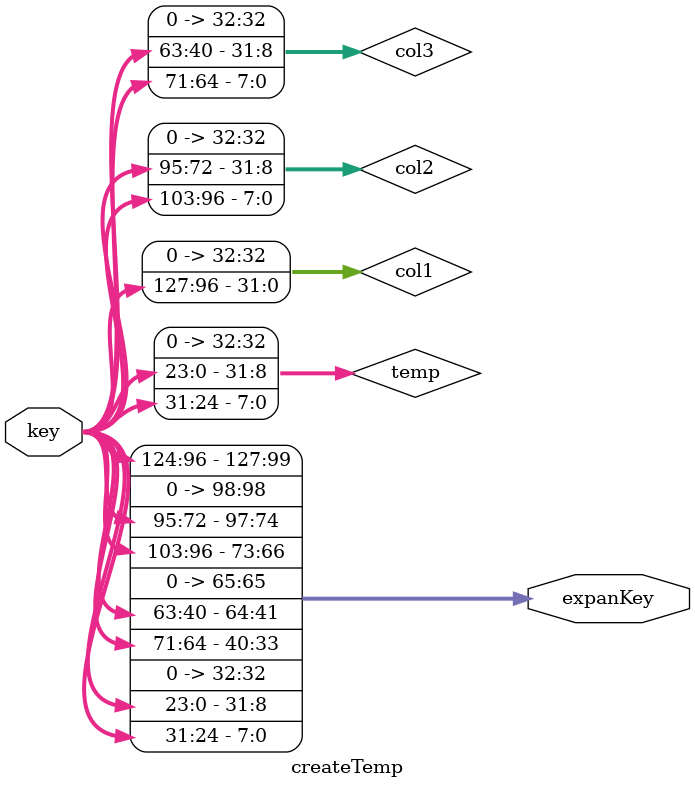
<source format=sv>
module createTemp(input logic [127:0] key,
				  output logic [127:0] expanKey);
				  
		logic [32:0] temp, col1, col2, col3;
		assign temp = {key[23:16], key[15:8], key[7:0], key[31:24]};
		assign col1 = {key[127:120], key[119:112], key[111:104], key[103:96]};
		assign col2 = {key[95:88], key[87:80], key[79:72], key[103:96]};
		assign col3 = {key[63:56], key[55:48], key[47:40], key[71:64]};
		assign expanKey = {col1, col2, col3, temp};
		
endmodule
</source>
